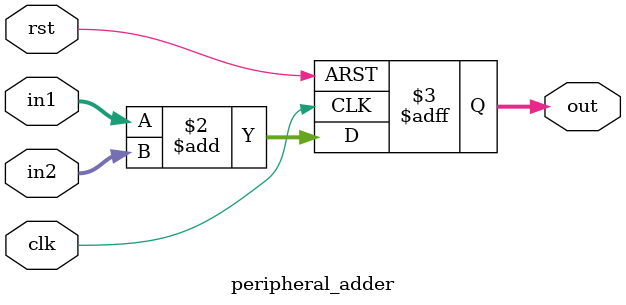
<source format=sv>

module peripheral_adder (
  input clk,
  input rst,

  input [7:0] in1,
  input [7:0] in2,

  output reg [8:0] out
);

  always@(posedge clk or posedge rst) begin
    if(rst)
      out <= 0;
    else
      out <= in1 + in2;
  end

endmodule
</source>
